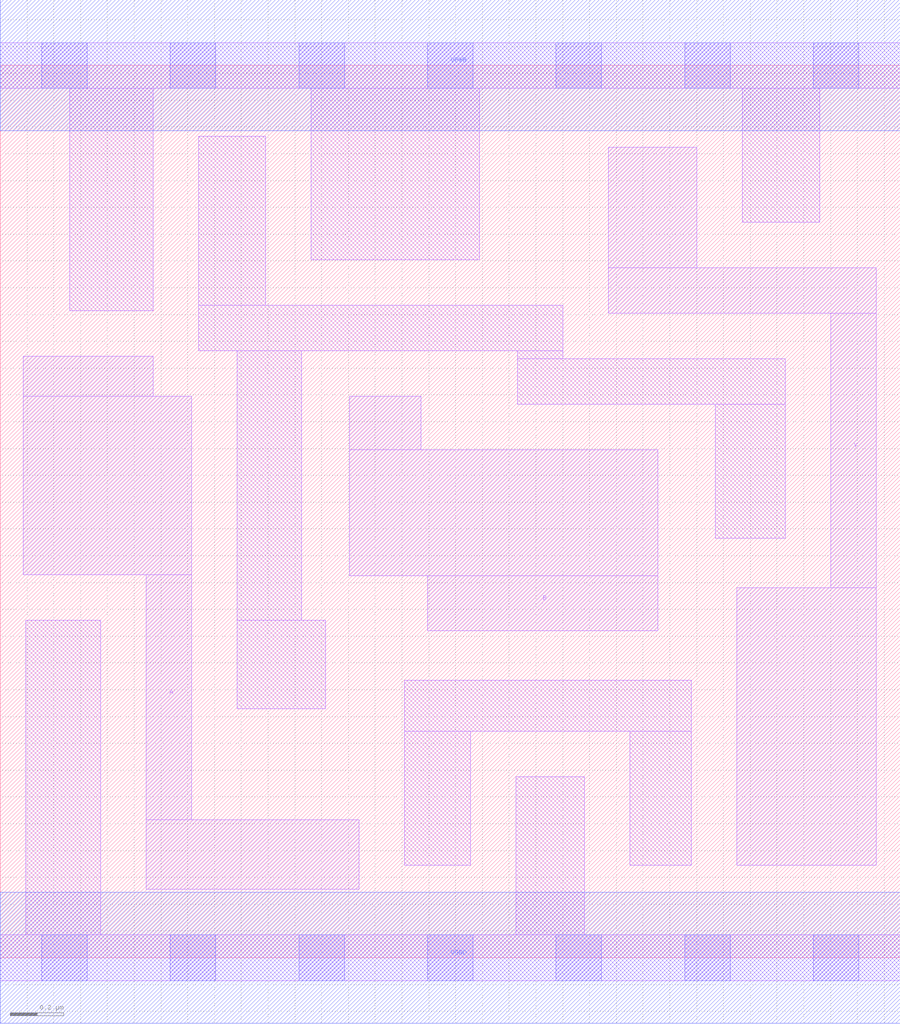
<source format=lef>
# Copyright 2020 The SkyWater PDK Authors
#
# Licensed under the Apache License, Version 2.0 (the "License");
# you may not use this file except in compliance with the License.
# You may obtain a copy of the License at
#
#     https://www.apache.org/licenses/LICENSE-2.0
#
# Unless required by applicable law or agreed to in writing, software
# distributed under the License is distributed on an "AS IS" BASIS,
# WITHOUT WARRANTIES OR CONDITIONS OF ANY KIND, either express or implied.
# See the License for the specific language governing permissions and
# limitations under the License.
#
# SPDX-License-Identifier: Apache-2.0

VERSION 5.7 ;
  NAMESCASESENSITIVE ON ;
  NOWIREEXTENSIONATPIN ON ;
  DIVIDERCHAR "/" ;
  BUSBITCHARS "[]" ;
UNITS
  DATABASE MICRONS 200 ;
END UNITS
MACRO sky130_fd_sc_lp__xnor2_0
  CLASS CORE ;
  SOURCE USER ;
  FOREIGN sky130_fd_sc_lp__xnor2_0 ;
  ORIGIN  0.000000  0.000000 ;
  SIZE  3.360000 BY  3.330000 ;
  SYMMETRY X Y R90 ;
  SITE unit ;
  PIN A
    ANTENNAGATEAREA  0.318000 ;
    DIRECTION INPUT ;
    USE SIGNAL ;
    PORT
      LAYER li1 ;
        RECT 0.085000 1.430000 0.715000 2.095000 ;
        RECT 0.085000 2.095000 0.570000 2.245000 ;
        RECT 0.545000 0.255000 1.340000 0.515000 ;
        RECT 0.545000 0.515000 0.715000 1.430000 ;
    END
  END A
  PIN B
    ANTENNAGATEAREA  0.318000 ;
    DIRECTION INPUT ;
    USE SIGNAL ;
    PORT
      LAYER li1 ;
        RECT 1.305000 1.425000 2.455000 1.895000 ;
        RECT 1.305000 1.895000 1.570000 2.095000 ;
        RECT 1.595000 1.220000 2.455000 1.425000 ;
    END
  END B
  PIN Y
    ANTENNADIFFAREA  0.303300 ;
    DIRECTION OUTPUT ;
    USE SIGNAL ;
    PORT
      LAYER li1 ;
        RECT 2.270000 2.405000 3.270000 2.575000 ;
        RECT 2.270000 2.575000 2.600000 3.025000 ;
        RECT 2.750000 0.345000 3.270000 1.380000 ;
        RECT 3.100000 1.380000 3.270000 2.405000 ;
    END
  END Y
  PIN VGND
    DIRECTION INOUT ;
    USE GROUND ;
    PORT
      LAYER met1 ;
        RECT 0.000000 -0.245000 3.360000 0.245000 ;
    END
  END VGND
  PIN VPWR
    DIRECTION INOUT ;
    USE POWER ;
    PORT
      LAYER met1 ;
        RECT 0.000000 3.085000 3.360000 3.575000 ;
    END
  END VPWR
  OBS
    LAYER li1 ;
      RECT 0.000000 -0.085000 3.360000 0.085000 ;
      RECT 0.000000  3.245000 3.360000 3.415000 ;
      RECT 0.095000  0.085000 0.375000 1.260000 ;
      RECT 0.260000  2.415000 0.570000 3.245000 ;
      RECT 0.740000  2.265000 2.100000 2.435000 ;
      RECT 0.740000  2.435000 0.990000 3.065000 ;
      RECT 0.885000  0.930000 1.215000 1.260000 ;
      RECT 0.885000  1.260000 1.125000 2.265000 ;
      RECT 1.160000  2.605000 1.790000 3.245000 ;
      RECT 1.510000  0.345000 1.755000 0.845000 ;
      RECT 1.510000  0.845000 2.580000 1.035000 ;
      RECT 1.925000  0.085000 2.180000 0.675000 ;
      RECT 1.930000  2.065000 2.930000 2.235000 ;
      RECT 1.930000  2.235000 2.100000 2.265000 ;
      RECT 2.350000  0.345000 2.580000 0.845000 ;
      RECT 2.670000  1.565000 2.930000 2.065000 ;
      RECT 2.770000  2.745000 3.060000 3.245000 ;
    LAYER mcon ;
      RECT 0.155000 -0.085000 0.325000 0.085000 ;
      RECT 0.155000  3.245000 0.325000 3.415000 ;
      RECT 0.635000 -0.085000 0.805000 0.085000 ;
      RECT 0.635000  3.245000 0.805000 3.415000 ;
      RECT 1.115000 -0.085000 1.285000 0.085000 ;
      RECT 1.115000  3.245000 1.285000 3.415000 ;
      RECT 1.595000 -0.085000 1.765000 0.085000 ;
      RECT 1.595000  3.245000 1.765000 3.415000 ;
      RECT 2.075000 -0.085000 2.245000 0.085000 ;
      RECT 2.075000  3.245000 2.245000 3.415000 ;
      RECT 2.555000 -0.085000 2.725000 0.085000 ;
      RECT 2.555000  3.245000 2.725000 3.415000 ;
      RECT 3.035000 -0.085000 3.205000 0.085000 ;
      RECT 3.035000  3.245000 3.205000 3.415000 ;
  END
END sky130_fd_sc_lp__xnor2_0
END LIBRARY

</source>
